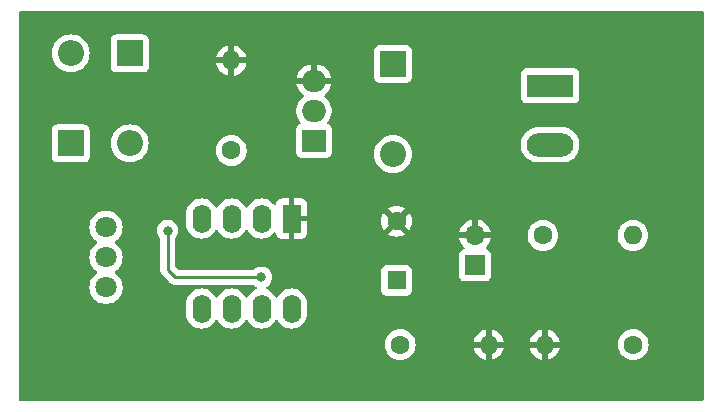
<source format=gbr>
%TF.GenerationSoftware,KiCad,Pcbnew,7.0.8-1.fc38*%
%TF.CreationDate,2023-12-28T13:03:44+02:00*%
%TF.ProjectId,MotorSpeedControl,4d6f746f-7253-4706-9565-64436f6e7472,rev?*%
%TF.SameCoordinates,Original*%
%TF.FileFunction,Copper,L2,Bot*%
%TF.FilePolarity,Positive*%
%FSLAX46Y46*%
G04 Gerber Fmt 4.6, Leading zero omitted, Abs format (unit mm)*
G04 Created by KiCad (PCBNEW 7.0.8-1.fc38) date 2023-12-28 13:03:44*
%MOMM*%
%LPD*%
G01*
G04 APERTURE LIST*
%TA.AperFunction,ComponentPad*%
%ADD10O,2.000000X1.905000*%
%TD*%
%TA.AperFunction,ComponentPad*%
%ADD11R,2.000000X1.905000*%
%TD*%
%TA.AperFunction,ComponentPad*%
%ADD12R,1.700000X1.700000*%
%TD*%
%TA.AperFunction,ComponentPad*%
%ADD13O,1.700000X1.700000*%
%TD*%
%TA.AperFunction,ComponentPad*%
%ADD14C,1.600000*%
%TD*%
%TA.AperFunction,ComponentPad*%
%ADD15O,1.600000X1.600000*%
%TD*%
%TA.AperFunction,ComponentPad*%
%ADD16O,2.200000X2.200000*%
%TD*%
%TA.AperFunction,ComponentPad*%
%ADD17R,2.200000X2.200000*%
%TD*%
%TA.AperFunction,ComponentPad*%
%ADD18R,1.600000X1.600000*%
%TD*%
%TA.AperFunction,ComponentPad*%
%ADD19C,1.800000*%
%TD*%
%TA.AperFunction,ComponentPad*%
%ADD20R,1.600000X2.400000*%
%TD*%
%TA.AperFunction,ComponentPad*%
%ADD21O,1.600000X2.400000*%
%TD*%
%TA.AperFunction,ComponentPad*%
%ADD22R,3.960000X1.980000*%
%TD*%
%TA.AperFunction,ComponentPad*%
%ADD23O,3.960000X1.980000*%
%TD*%
%TA.AperFunction,ViaPad*%
%ADD24C,0.800000*%
%TD*%
%TA.AperFunction,Conductor*%
%ADD25C,0.250000*%
%TD*%
G04 APERTURE END LIST*
D10*
%TO.P,Q1,D,D*%
%TO.N,Net-(J1-Pin_2)*%
X171000000Y-89460000D03*
D11*
%TO.P,Q1,G,G*%
%TO.N,/Pulses*%
X171000000Y-92000000D03*
D10*
%TO.P,Q1,S,S*%
%TO.N,GND*%
X171000000Y-86920000D03*
%TD*%
D12*
%TO.P,J2,1,Pin_1*%
%TO.N,+5V*%
X184650000Y-102540000D03*
D13*
%TO.P,J2,2,Pin_2*%
%TO.N,GND*%
X184650000Y-100000000D03*
%TD*%
D14*
%TO.P,R2,1*%
%TO.N,/Pulses*%
X164000000Y-92810000D03*
D15*
%TO.P,R2,2*%
%TO.N,GND*%
X164000000Y-85190000D03*
%TD*%
D16*
%TO.P,D3,A,A*%
%TO.N,Net-(J1-Pin_2)*%
X177700000Y-93110000D03*
D17*
%TO.P,D3,K,K*%
%TO.N,+5V*%
X177700000Y-85490000D03*
%TD*%
D16*
%TO.P,D1,A,A*%
%TO.N,Net-(D1-PadA)*%
X155400000Y-92210000D03*
D17*
%TO.P,D1,K,K*%
%TO.N,Net-(U1-DIS)*%
X155400000Y-84590000D03*
%TD*%
D14*
%TO.P,C2,1*%
%TO.N,Net-(U1-CV)*%
X178300000Y-109250000D03*
D15*
%TO.P,C2,2*%
%TO.N,GND*%
X185800000Y-109250000D03*
%TD*%
D18*
%TO.P,C3,1*%
%TO.N,+5V*%
X178000000Y-103800000D03*
D14*
%TO.P,C3,2*%
%TO.N,GND*%
X178000000Y-98800000D03*
%TD*%
D16*
%TO.P,D2,A,A*%
%TO.N,Net-(U1-DIS)*%
X150400000Y-84590000D03*
D17*
%TO.P,D2,K,K*%
%TO.N,Net-(D2-PadK)*%
X150400000Y-92210000D03*
%TD*%
D14*
%TO.P,R1,1*%
%TO.N,+5V*%
X190390000Y-100000000D03*
D15*
%TO.P,R1,2*%
%TO.N,Net-(U1-DIS)*%
X198010000Y-100000000D03*
%TD*%
D19*
%TO.P,RV1,1,1*%
%TO.N,Net-(D1-PadA)*%
X153400000Y-99320000D03*
%TO.P,RV1,2,2*%
%TO.N,Net-(U1-THR)*%
X153400000Y-101860000D03*
%TO.P,RV1,3,3*%
%TO.N,Net-(D2-PadK)*%
X153400000Y-104400000D03*
%TD*%
D14*
%TO.P,C1,1*%
%TO.N,Net-(U1-THR)*%
X198030000Y-109250000D03*
D15*
%TO.P,C1,2*%
%TO.N,GND*%
X190530000Y-109250000D03*
%TD*%
D20*
%TO.P,U1,1,GND*%
%TO.N,GND*%
X169100000Y-98575000D03*
D21*
%TO.P,U1,2,TR*%
%TO.N,Net-(U1-THR)*%
X166560000Y-98575000D03*
%TO.P,U1,3,Q*%
%TO.N,/Pulses*%
X164020000Y-98575000D03*
%TO.P,U1,4,R*%
%TO.N,+5V*%
X161480000Y-98575000D03*
%TO.P,U1,5,CV*%
%TO.N,Net-(U1-CV)*%
X161480000Y-106195000D03*
%TO.P,U1,6,THR*%
%TO.N,Net-(U1-THR)*%
X164020000Y-106195000D03*
%TO.P,U1,7,DIS*%
%TO.N,Net-(U1-DIS)*%
X166560000Y-106195000D03*
%TO.P,U1,8,VCC*%
%TO.N,+5V*%
X169100000Y-106195000D03*
%TD*%
D22*
%TO.P,J1,1,Pin_1*%
%TO.N,+5V*%
X191000000Y-87335000D03*
D23*
%TO.P,J1,2,Pin_2*%
%TO.N,Net-(J1-Pin_2)*%
X191000000Y-92335000D03*
%TD*%
D24*
%TO.N,Net-(U1-DIS)*%
X166550000Y-103550000D03*
X158600000Y-99600000D03*
%TD*%
D25*
%TO.N,Net-(U1-DIS)*%
X159230000Y-103550000D02*
X158600000Y-102920000D01*
X158600000Y-102920000D02*
X158600000Y-99600000D01*
X166550000Y-103550000D02*
X159230000Y-103550000D01*
%TD*%
%TA.AperFunction,Conductor*%
%TO.N,GND*%
G36*
X203943039Y-81019685D02*
G01*
X203988794Y-81072489D01*
X204000000Y-81124000D01*
X204000000Y-113876000D01*
X203980315Y-113943039D01*
X203927511Y-113988794D01*
X203876000Y-114000000D01*
X146124000Y-114000000D01*
X146056961Y-113980315D01*
X146011206Y-113927511D01*
X146000000Y-113876000D01*
X146000000Y-109250001D01*
X176994532Y-109250001D01*
X177014364Y-109476686D01*
X177014366Y-109476697D01*
X177073258Y-109696488D01*
X177073261Y-109696497D01*
X177169431Y-109902732D01*
X177169432Y-109902734D01*
X177299954Y-110089141D01*
X177460858Y-110250045D01*
X177460861Y-110250047D01*
X177647266Y-110380568D01*
X177853504Y-110476739D01*
X178073308Y-110535635D01*
X178235230Y-110549801D01*
X178299998Y-110555468D01*
X178300000Y-110555468D01*
X178300002Y-110555468D01*
X178356673Y-110550509D01*
X178526692Y-110535635D01*
X178746496Y-110476739D01*
X178952734Y-110380568D01*
X179139139Y-110250047D01*
X179300047Y-110089139D01*
X179430568Y-109902734D01*
X179526739Y-109696496D01*
X179585635Y-109476692D01*
X179605468Y-109250000D01*
X179585635Y-109023308D01*
X179579389Y-108999999D01*
X184521127Y-108999999D01*
X184521128Y-109000000D01*
X185484314Y-109000000D01*
X185472359Y-109011955D01*
X185414835Y-109124852D01*
X185395014Y-109250000D01*
X185414835Y-109375148D01*
X185472359Y-109488045D01*
X185484314Y-109500000D01*
X184521128Y-109500000D01*
X184573730Y-109696317D01*
X184573734Y-109696326D01*
X184669865Y-109902482D01*
X184800342Y-110088820D01*
X184961179Y-110249657D01*
X185147517Y-110380134D01*
X185353673Y-110476265D01*
X185353682Y-110476269D01*
X185549999Y-110528872D01*
X185550000Y-110528871D01*
X185550000Y-109565686D01*
X185561955Y-109577641D01*
X185674852Y-109635165D01*
X185768519Y-109650000D01*
X185831481Y-109650000D01*
X185925148Y-109635165D01*
X186038045Y-109577641D01*
X186050000Y-109565686D01*
X186050000Y-110528872D01*
X186246317Y-110476269D01*
X186246326Y-110476265D01*
X186452482Y-110380134D01*
X186638820Y-110249657D01*
X186799657Y-110088820D01*
X186930134Y-109902482D01*
X187026265Y-109696326D01*
X187026269Y-109696317D01*
X187078872Y-109500000D01*
X186115686Y-109500000D01*
X186127641Y-109488045D01*
X186185165Y-109375148D01*
X186204986Y-109250000D01*
X186185165Y-109124852D01*
X186127641Y-109011955D01*
X186115686Y-109000000D01*
X187078872Y-109000000D01*
X187078872Y-108999999D01*
X189251127Y-108999999D01*
X189251128Y-109000000D01*
X190214314Y-109000000D01*
X190202359Y-109011955D01*
X190144835Y-109124852D01*
X190125014Y-109250000D01*
X190144835Y-109375148D01*
X190202359Y-109488045D01*
X190214314Y-109500000D01*
X189251128Y-109500000D01*
X189303730Y-109696317D01*
X189303734Y-109696326D01*
X189399865Y-109902482D01*
X189530342Y-110088820D01*
X189691179Y-110249657D01*
X189877517Y-110380134D01*
X190083673Y-110476265D01*
X190083682Y-110476269D01*
X190279999Y-110528872D01*
X190280000Y-110528871D01*
X190280000Y-109565686D01*
X190291955Y-109577641D01*
X190404852Y-109635165D01*
X190498519Y-109650000D01*
X190561481Y-109650000D01*
X190655148Y-109635165D01*
X190768045Y-109577641D01*
X190780000Y-109565686D01*
X190780000Y-110528872D01*
X190976317Y-110476269D01*
X190976326Y-110476265D01*
X191182482Y-110380134D01*
X191368820Y-110249657D01*
X191529657Y-110088820D01*
X191660134Y-109902482D01*
X191756265Y-109696326D01*
X191756269Y-109696317D01*
X191808872Y-109500000D01*
X190845686Y-109500000D01*
X190857641Y-109488045D01*
X190915165Y-109375148D01*
X190934986Y-109250001D01*
X196724532Y-109250001D01*
X196744364Y-109476686D01*
X196744366Y-109476697D01*
X196803258Y-109696488D01*
X196803261Y-109696497D01*
X196899431Y-109902732D01*
X196899432Y-109902734D01*
X197029954Y-110089141D01*
X197190858Y-110250045D01*
X197190861Y-110250047D01*
X197377266Y-110380568D01*
X197583504Y-110476739D01*
X197803308Y-110535635D01*
X197965230Y-110549801D01*
X198029998Y-110555468D01*
X198030000Y-110555468D01*
X198030002Y-110555468D01*
X198086673Y-110550509D01*
X198256692Y-110535635D01*
X198476496Y-110476739D01*
X198682734Y-110380568D01*
X198869139Y-110250047D01*
X199030047Y-110089139D01*
X199160568Y-109902734D01*
X199256739Y-109696496D01*
X199315635Y-109476692D01*
X199335468Y-109250000D01*
X199315635Y-109023308D01*
X199256739Y-108803504D01*
X199160568Y-108597266D01*
X199030047Y-108410861D01*
X199030045Y-108410858D01*
X198869141Y-108249954D01*
X198682734Y-108119432D01*
X198682732Y-108119431D01*
X198476497Y-108023261D01*
X198476488Y-108023258D01*
X198256697Y-107964366D01*
X198256693Y-107964365D01*
X198256692Y-107964365D01*
X198256691Y-107964364D01*
X198256686Y-107964364D01*
X198030002Y-107944532D01*
X198029998Y-107944532D01*
X197803313Y-107964364D01*
X197803302Y-107964366D01*
X197583511Y-108023258D01*
X197583502Y-108023261D01*
X197377267Y-108119431D01*
X197377265Y-108119432D01*
X197190858Y-108249954D01*
X197029954Y-108410858D01*
X196899432Y-108597265D01*
X196899431Y-108597267D01*
X196803261Y-108803502D01*
X196803258Y-108803511D01*
X196744366Y-109023302D01*
X196744364Y-109023313D01*
X196724532Y-109249998D01*
X196724532Y-109250001D01*
X190934986Y-109250001D01*
X190934986Y-109250000D01*
X190915165Y-109124852D01*
X190857641Y-109011955D01*
X190845686Y-109000000D01*
X191808872Y-109000000D01*
X191808872Y-108999999D01*
X191756269Y-108803682D01*
X191756265Y-108803673D01*
X191660134Y-108597517D01*
X191529657Y-108411179D01*
X191368820Y-108250342D01*
X191182482Y-108119865D01*
X190976328Y-108023734D01*
X190780000Y-107971127D01*
X190780000Y-108934314D01*
X190768045Y-108922359D01*
X190655148Y-108864835D01*
X190561481Y-108850000D01*
X190498519Y-108850000D01*
X190404852Y-108864835D01*
X190291955Y-108922359D01*
X190280000Y-108934314D01*
X190280000Y-107971127D01*
X190083671Y-108023734D01*
X189877517Y-108119865D01*
X189691179Y-108250342D01*
X189530342Y-108411179D01*
X189399865Y-108597517D01*
X189303734Y-108803673D01*
X189303730Y-108803682D01*
X189251127Y-108999999D01*
X187078872Y-108999999D01*
X187026269Y-108803682D01*
X187026265Y-108803673D01*
X186930134Y-108597517D01*
X186799657Y-108411179D01*
X186638820Y-108250342D01*
X186452482Y-108119865D01*
X186246328Y-108023734D01*
X186050000Y-107971127D01*
X186050000Y-108934314D01*
X186038045Y-108922359D01*
X185925148Y-108864835D01*
X185831481Y-108850000D01*
X185768519Y-108850000D01*
X185674852Y-108864835D01*
X185561955Y-108922359D01*
X185550000Y-108934314D01*
X185550000Y-107971127D01*
X185353671Y-108023734D01*
X185147517Y-108119865D01*
X184961179Y-108250342D01*
X184800342Y-108411179D01*
X184669865Y-108597517D01*
X184573734Y-108803673D01*
X184573730Y-108803682D01*
X184521127Y-108999999D01*
X179579389Y-108999999D01*
X179526739Y-108803504D01*
X179430568Y-108597266D01*
X179300047Y-108410861D01*
X179300045Y-108410858D01*
X179139141Y-108249954D01*
X178952734Y-108119432D01*
X178952732Y-108119431D01*
X178746497Y-108023261D01*
X178746488Y-108023258D01*
X178526697Y-107964366D01*
X178526693Y-107964365D01*
X178526692Y-107964365D01*
X178526691Y-107964364D01*
X178526686Y-107964364D01*
X178300002Y-107944532D01*
X178299998Y-107944532D01*
X178073313Y-107964364D01*
X178073302Y-107964366D01*
X177853511Y-108023258D01*
X177853502Y-108023261D01*
X177647267Y-108119431D01*
X177647265Y-108119432D01*
X177460858Y-108249954D01*
X177299954Y-108410858D01*
X177169432Y-108597265D01*
X177169431Y-108597267D01*
X177073261Y-108803502D01*
X177073258Y-108803511D01*
X177014366Y-109023302D01*
X177014364Y-109023313D01*
X176994532Y-109249998D01*
X176994532Y-109250001D01*
X146000000Y-109250001D01*
X146000000Y-104400006D01*
X151994700Y-104400006D01*
X152013864Y-104631297D01*
X152013866Y-104631308D01*
X152070842Y-104856300D01*
X152164075Y-105068848D01*
X152291016Y-105263147D01*
X152291019Y-105263151D01*
X152291021Y-105263153D01*
X152448216Y-105433913D01*
X152448219Y-105433915D01*
X152448222Y-105433918D01*
X152631365Y-105576464D01*
X152631371Y-105576468D01*
X152631374Y-105576470D01*
X152835497Y-105686936D01*
X152949487Y-105726068D01*
X153055015Y-105762297D01*
X153055017Y-105762297D01*
X153055019Y-105762298D01*
X153283951Y-105800500D01*
X153283952Y-105800500D01*
X153516048Y-105800500D01*
X153516049Y-105800500D01*
X153744981Y-105762298D01*
X153964503Y-105686936D01*
X154168626Y-105576470D01*
X154179108Y-105568312D01*
X154254082Y-105509957D01*
X154351784Y-105433913D01*
X154508979Y-105263153D01*
X154635924Y-105068849D01*
X154729157Y-104856300D01*
X154786134Y-104631305D01*
X154791447Y-104567187D01*
X154805300Y-104400006D01*
X154805300Y-104399993D01*
X154786135Y-104168702D01*
X154786133Y-104168691D01*
X154729157Y-103943699D01*
X154635924Y-103731151D01*
X154508983Y-103536852D01*
X154508980Y-103536849D01*
X154508979Y-103536847D01*
X154351784Y-103366087D01*
X154174180Y-103227853D01*
X154133368Y-103171143D01*
X154129693Y-103101370D01*
X154164324Y-103040687D01*
X154174181Y-103032146D01*
X154351784Y-102893913D01*
X154508979Y-102723153D01*
X154635924Y-102528849D01*
X154729157Y-102316300D01*
X154786134Y-102091305D01*
X154805300Y-101860000D01*
X154805300Y-101859993D01*
X154786135Y-101628702D01*
X154786133Y-101628691D01*
X154729157Y-101403699D01*
X154635924Y-101191151D01*
X154508983Y-100996852D01*
X154508980Y-100996849D01*
X154508979Y-100996847D01*
X154351784Y-100826087D01*
X154174180Y-100687853D01*
X154133368Y-100631143D01*
X154129693Y-100561370D01*
X154164324Y-100500687D01*
X154174181Y-100492146D01*
X154351784Y-100353913D01*
X154508979Y-100183153D01*
X154635924Y-99988849D01*
X154729157Y-99776300D01*
X154773803Y-99600000D01*
X157694540Y-99600000D01*
X157714326Y-99788256D01*
X157714327Y-99788259D01*
X157772818Y-99968277D01*
X157772821Y-99968284D01*
X157867467Y-100132216D01*
X157910772Y-100180310D01*
X157942650Y-100215715D01*
X157972880Y-100278706D01*
X157974500Y-100298687D01*
X157974500Y-102837255D01*
X157972775Y-102852872D01*
X157973061Y-102852899D01*
X157972326Y-102860665D01*
X157974500Y-102929814D01*
X157974500Y-102959343D01*
X157974501Y-102959360D01*
X157975368Y-102966231D01*
X157975826Y-102972050D01*
X157977290Y-103018624D01*
X157977291Y-103018627D01*
X157982880Y-103037867D01*
X157986824Y-103056911D01*
X157989336Y-103076791D01*
X158006490Y-103120119D01*
X158008382Y-103125647D01*
X158021382Y-103170390D01*
X158028083Y-103181722D01*
X158031580Y-103187634D01*
X158040138Y-103205103D01*
X158047514Y-103223732D01*
X158074898Y-103261423D01*
X158078106Y-103266307D01*
X158101827Y-103306416D01*
X158101833Y-103306424D01*
X158115990Y-103320580D01*
X158128627Y-103335375D01*
X158140406Y-103351587D01*
X158157932Y-103366086D01*
X158176309Y-103381288D01*
X158180620Y-103385210D01*
X158526561Y-103731151D01*
X158729194Y-103933784D01*
X158739019Y-103946048D01*
X158739240Y-103945866D01*
X158744210Y-103951873D01*
X158744213Y-103951876D01*
X158744214Y-103951877D01*
X158794651Y-103999241D01*
X158815530Y-104020120D01*
X158821004Y-104024366D01*
X158825442Y-104028156D01*
X158859418Y-104060062D01*
X158859422Y-104060064D01*
X158876973Y-104069713D01*
X158893231Y-104080392D01*
X158909064Y-104092674D01*
X158931015Y-104102172D01*
X158951837Y-104111183D01*
X158957081Y-104113752D01*
X158997908Y-104136197D01*
X159017312Y-104141179D01*
X159035710Y-104147478D01*
X159054105Y-104155438D01*
X159100129Y-104162726D01*
X159105832Y-104163907D01*
X159150981Y-104175500D01*
X159171016Y-104175500D01*
X159190413Y-104177026D01*
X159210196Y-104180160D01*
X159256584Y-104175775D01*
X159262422Y-104175500D01*
X165846252Y-104175500D01*
X165913291Y-104195185D01*
X165938400Y-104216526D01*
X165944126Y-104222885D01*
X165944129Y-104222888D01*
X166097270Y-104334151D01*
X166113836Y-104341526D01*
X166167071Y-104386773D01*
X166187394Y-104453622D01*
X166168350Y-104520846D01*
X166115985Y-104567103D01*
X166115806Y-104567187D01*
X165907264Y-104664433D01*
X165720858Y-104794954D01*
X165559954Y-104955858D01*
X165429432Y-105142265D01*
X165429431Y-105142267D01*
X165402382Y-105200275D01*
X165356209Y-105252714D01*
X165289016Y-105271866D01*
X165222135Y-105251650D01*
X165177618Y-105200275D01*
X165150568Y-105142267D01*
X165150567Y-105142265D01*
X165121322Y-105100499D01*
X165021227Y-104957546D01*
X165020045Y-104955858D01*
X164859141Y-104794954D01*
X164672734Y-104664432D01*
X164672732Y-104664431D01*
X164466497Y-104568261D01*
X164466488Y-104568258D01*
X164246697Y-104509366D01*
X164246693Y-104509365D01*
X164246692Y-104509365D01*
X164246691Y-104509364D01*
X164246686Y-104509364D01*
X164020002Y-104489532D01*
X164019998Y-104489532D01*
X163793313Y-104509364D01*
X163793302Y-104509366D01*
X163573511Y-104568258D01*
X163573502Y-104568261D01*
X163367267Y-104664431D01*
X163367265Y-104664432D01*
X163180858Y-104794954D01*
X163019954Y-104955858D01*
X162889432Y-105142265D01*
X162889431Y-105142267D01*
X162862382Y-105200275D01*
X162816209Y-105252714D01*
X162749016Y-105271866D01*
X162682135Y-105251650D01*
X162637618Y-105200275D01*
X162610568Y-105142267D01*
X162610567Y-105142265D01*
X162581322Y-105100499D01*
X162481227Y-104957546D01*
X162480045Y-104955858D01*
X162319141Y-104794954D01*
X162132734Y-104664432D01*
X162132732Y-104664431D01*
X161926497Y-104568261D01*
X161926488Y-104568258D01*
X161706697Y-104509366D01*
X161706693Y-104509365D01*
X161706692Y-104509365D01*
X161706691Y-104509364D01*
X161706686Y-104509364D01*
X161480002Y-104489532D01*
X161479998Y-104489532D01*
X161253313Y-104509364D01*
X161253302Y-104509366D01*
X161033511Y-104568258D01*
X161033502Y-104568261D01*
X160827267Y-104664431D01*
X160827265Y-104664432D01*
X160640858Y-104794954D01*
X160479954Y-104955858D01*
X160349432Y-105142265D01*
X160349431Y-105142267D01*
X160253261Y-105348502D01*
X160253258Y-105348511D01*
X160194366Y-105568302D01*
X160194364Y-105568312D01*
X160179500Y-105738216D01*
X160179500Y-106651784D01*
X160194364Y-106821687D01*
X160194366Y-106821697D01*
X160253258Y-107041488D01*
X160253261Y-107041497D01*
X160349431Y-107247732D01*
X160349432Y-107247734D01*
X160479954Y-107434141D01*
X160640858Y-107595045D01*
X160640861Y-107595047D01*
X160827266Y-107725568D01*
X161033504Y-107821739D01*
X161253308Y-107880635D01*
X161415230Y-107894801D01*
X161479998Y-107900468D01*
X161480000Y-107900468D01*
X161480002Y-107900468D01*
X161536673Y-107895509D01*
X161706692Y-107880635D01*
X161926496Y-107821739D01*
X162132734Y-107725568D01*
X162319139Y-107595047D01*
X162480047Y-107434139D01*
X162610568Y-107247734D01*
X162637618Y-107189724D01*
X162683790Y-107137285D01*
X162750983Y-107118133D01*
X162817865Y-107138348D01*
X162862382Y-107189725D01*
X162889429Y-107247728D01*
X162889432Y-107247734D01*
X163019954Y-107434141D01*
X163180858Y-107595045D01*
X163180861Y-107595047D01*
X163367266Y-107725568D01*
X163573504Y-107821739D01*
X163793308Y-107880635D01*
X163955230Y-107894801D01*
X164019998Y-107900468D01*
X164020000Y-107900468D01*
X164020002Y-107900468D01*
X164076673Y-107895509D01*
X164246692Y-107880635D01*
X164466496Y-107821739D01*
X164672734Y-107725568D01*
X164859139Y-107595047D01*
X165020047Y-107434139D01*
X165150568Y-107247734D01*
X165177618Y-107189724D01*
X165223790Y-107137285D01*
X165290983Y-107118133D01*
X165357865Y-107138348D01*
X165402382Y-107189725D01*
X165429429Y-107247728D01*
X165429432Y-107247734D01*
X165559954Y-107434141D01*
X165720858Y-107595045D01*
X165720861Y-107595047D01*
X165907266Y-107725568D01*
X166113504Y-107821739D01*
X166333308Y-107880635D01*
X166495230Y-107894801D01*
X166559998Y-107900468D01*
X166560000Y-107900468D01*
X166560002Y-107900468D01*
X166616673Y-107895509D01*
X166786692Y-107880635D01*
X167006496Y-107821739D01*
X167212734Y-107725568D01*
X167399139Y-107595047D01*
X167560047Y-107434139D01*
X167690568Y-107247734D01*
X167717618Y-107189724D01*
X167763790Y-107137285D01*
X167830983Y-107118133D01*
X167897865Y-107138348D01*
X167942382Y-107189725D01*
X167969429Y-107247728D01*
X167969432Y-107247734D01*
X168099954Y-107434141D01*
X168260858Y-107595045D01*
X168260861Y-107595047D01*
X168447266Y-107725568D01*
X168653504Y-107821739D01*
X168873308Y-107880635D01*
X169035230Y-107894801D01*
X169099998Y-107900468D01*
X169100000Y-107900468D01*
X169100002Y-107900468D01*
X169156673Y-107895509D01*
X169326692Y-107880635D01*
X169546496Y-107821739D01*
X169752734Y-107725568D01*
X169939139Y-107595047D01*
X170100047Y-107434139D01*
X170230568Y-107247734D01*
X170326739Y-107041496D01*
X170385635Y-106821692D01*
X170400500Y-106651784D01*
X170400500Y-105738216D01*
X170385635Y-105568308D01*
X170326739Y-105348504D01*
X170230568Y-105142266D01*
X170101227Y-104957546D01*
X170100045Y-104955858D01*
X169939141Y-104794954D01*
X169752734Y-104664432D01*
X169752732Y-104664431D01*
X169717217Y-104647870D01*
X176699500Y-104647870D01*
X176699501Y-104647876D01*
X176705908Y-104707483D01*
X176756202Y-104842328D01*
X176756206Y-104842335D01*
X176842452Y-104957544D01*
X176842455Y-104957547D01*
X176957664Y-105043793D01*
X176957671Y-105043797D01*
X177092517Y-105094091D01*
X177092516Y-105094091D01*
X177099444Y-105094835D01*
X177152127Y-105100500D01*
X178847872Y-105100499D01*
X178907483Y-105094091D01*
X179042331Y-105043796D01*
X179157546Y-104957546D01*
X179243796Y-104842331D01*
X179294091Y-104707483D01*
X179300500Y-104647873D01*
X179300499Y-103437870D01*
X183299500Y-103437870D01*
X183299501Y-103437876D01*
X183305908Y-103497483D01*
X183356202Y-103632328D01*
X183356206Y-103632335D01*
X183442452Y-103747544D01*
X183442455Y-103747547D01*
X183557664Y-103833793D01*
X183557671Y-103833797D01*
X183692517Y-103884091D01*
X183692516Y-103884091D01*
X183699444Y-103884835D01*
X183752127Y-103890500D01*
X185547872Y-103890499D01*
X185607483Y-103884091D01*
X185742331Y-103833796D01*
X185857546Y-103747546D01*
X185943796Y-103632331D01*
X185994091Y-103497483D01*
X186000500Y-103437873D01*
X186000499Y-101642128D01*
X185994091Y-101582517D01*
X185943796Y-101447669D01*
X185943795Y-101447668D01*
X185943793Y-101447664D01*
X185857547Y-101332455D01*
X185857544Y-101332452D01*
X185742335Y-101246206D01*
X185742328Y-101246202D01*
X185610401Y-101196997D01*
X185554467Y-101155126D01*
X185530050Y-101089662D01*
X185544902Y-101021389D01*
X185566053Y-100993133D01*
X185688108Y-100871078D01*
X185823600Y-100677578D01*
X185923429Y-100463492D01*
X185923432Y-100463486D01*
X185980636Y-100250000D01*
X185083686Y-100250000D01*
X185109493Y-100209844D01*
X185150000Y-100071889D01*
X185150000Y-100000001D01*
X189084532Y-100000001D01*
X189104364Y-100226686D01*
X189104366Y-100226697D01*
X189163258Y-100446488D01*
X189163261Y-100446497D01*
X189259431Y-100652732D01*
X189259432Y-100652734D01*
X189389954Y-100839141D01*
X189550858Y-101000045D01*
X189550861Y-101000047D01*
X189737266Y-101130568D01*
X189943504Y-101226739D01*
X190163308Y-101285635D01*
X190325230Y-101299801D01*
X190389998Y-101305468D01*
X190390000Y-101305468D01*
X190390002Y-101305468D01*
X190446673Y-101300509D01*
X190616692Y-101285635D01*
X190836496Y-101226739D01*
X191042734Y-101130568D01*
X191229139Y-101000047D01*
X191390047Y-100839139D01*
X191520568Y-100652734D01*
X191616739Y-100446496D01*
X191675635Y-100226692D01*
X191695468Y-100000001D01*
X196704532Y-100000001D01*
X196724364Y-100226686D01*
X196724366Y-100226697D01*
X196783258Y-100446488D01*
X196783261Y-100446497D01*
X196879431Y-100652732D01*
X196879432Y-100652734D01*
X197009954Y-100839141D01*
X197170858Y-101000045D01*
X197170861Y-101000047D01*
X197357266Y-101130568D01*
X197563504Y-101226739D01*
X197783308Y-101285635D01*
X197945230Y-101299801D01*
X198009998Y-101305468D01*
X198010000Y-101305468D01*
X198010002Y-101305468D01*
X198066673Y-101300509D01*
X198236692Y-101285635D01*
X198456496Y-101226739D01*
X198662734Y-101130568D01*
X198849139Y-101000047D01*
X199010047Y-100839139D01*
X199140568Y-100652734D01*
X199236739Y-100446496D01*
X199295635Y-100226692D01*
X199315468Y-100000000D01*
X199314492Y-99988849D01*
X199299967Y-99822827D01*
X199295635Y-99773308D01*
X199236739Y-99553504D01*
X199140568Y-99347266D01*
X199010047Y-99160861D01*
X199010045Y-99160858D01*
X198849141Y-98999954D01*
X198662734Y-98869432D01*
X198662732Y-98869431D01*
X198456497Y-98773261D01*
X198456488Y-98773258D01*
X198236697Y-98714366D01*
X198236693Y-98714365D01*
X198236692Y-98714365D01*
X198236691Y-98714364D01*
X198236686Y-98714364D01*
X198010002Y-98694532D01*
X198009998Y-98694532D01*
X197783313Y-98714364D01*
X197783302Y-98714366D01*
X197563511Y-98773258D01*
X197563502Y-98773261D01*
X197357267Y-98869431D01*
X197357265Y-98869432D01*
X197170858Y-98999954D01*
X197009954Y-99160858D01*
X196879432Y-99347265D01*
X196879431Y-99347267D01*
X196783261Y-99553502D01*
X196783258Y-99553511D01*
X196724366Y-99773302D01*
X196724364Y-99773313D01*
X196704532Y-99999998D01*
X196704532Y-100000001D01*
X191695468Y-100000001D01*
X191695468Y-100000000D01*
X191694492Y-99988849D01*
X191679967Y-99822827D01*
X191675635Y-99773308D01*
X191616739Y-99553504D01*
X191520568Y-99347266D01*
X191390047Y-99160861D01*
X191390045Y-99160858D01*
X191229141Y-98999954D01*
X191042734Y-98869432D01*
X191042732Y-98869431D01*
X190836497Y-98773261D01*
X190836488Y-98773258D01*
X190616697Y-98714366D01*
X190616693Y-98714365D01*
X190616692Y-98714365D01*
X190616691Y-98714364D01*
X190616686Y-98714364D01*
X190390002Y-98694532D01*
X190389998Y-98694532D01*
X190163313Y-98714364D01*
X190163302Y-98714366D01*
X189943511Y-98773258D01*
X189943502Y-98773261D01*
X189737267Y-98869431D01*
X189737265Y-98869432D01*
X189550858Y-98999954D01*
X189389954Y-99160858D01*
X189259432Y-99347265D01*
X189259431Y-99347267D01*
X189163261Y-99553502D01*
X189163258Y-99553511D01*
X189104366Y-99773302D01*
X189104364Y-99773313D01*
X189084532Y-99999998D01*
X189084532Y-100000001D01*
X185150000Y-100000001D01*
X185150000Y-99928111D01*
X185109493Y-99790156D01*
X185083686Y-99750000D01*
X185980636Y-99750000D01*
X185980635Y-99749999D01*
X185923432Y-99536513D01*
X185923429Y-99536507D01*
X185823600Y-99322422D01*
X185823599Y-99322420D01*
X185688113Y-99128926D01*
X185688108Y-99128920D01*
X185521082Y-98961894D01*
X185327578Y-98826399D01*
X185113492Y-98726570D01*
X185113486Y-98726567D01*
X184900000Y-98669364D01*
X184900000Y-99564498D01*
X184792315Y-99515320D01*
X184685763Y-99500000D01*
X184614237Y-99500000D01*
X184507685Y-99515320D01*
X184400000Y-99564498D01*
X184400000Y-98669364D01*
X184399999Y-98669364D01*
X184186513Y-98726567D01*
X184186507Y-98726570D01*
X183972422Y-98826399D01*
X183972420Y-98826400D01*
X183778926Y-98961886D01*
X183778920Y-98961891D01*
X183611891Y-99128920D01*
X183611886Y-99128926D01*
X183476400Y-99322420D01*
X183476399Y-99322422D01*
X183376570Y-99536507D01*
X183376567Y-99536513D01*
X183319364Y-99749999D01*
X183319364Y-99750000D01*
X184216314Y-99750000D01*
X184190507Y-99790156D01*
X184150000Y-99928111D01*
X184150000Y-100071889D01*
X184190507Y-100209844D01*
X184216314Y-100250000D01*
X183319364Y-100250000D01*
X183376567Y-100463486D01*
X183376570Y-100463492D01*
X183476399Y-100677578D01*
X183611894Y-100871082D01*
X183733946Y-100993134D01*
X183767431Y-101054457D01*
X183762447Y-101124149D01*
X183720575Y-101180082D01*
X183689598Y-101196997D01*
X183557671Y-101246202D01*
X183557664Y-101246206D01*
X183442455Y-101332452D01*
X183442452Y-101332455D01*
X183356206Y-101447664D01*
X183356202Y-101447671D01*
X183305908Y-101582517D01*
X183300944Y-101628695D01*
X183299501Y-101642123D01*
X183299500Y-101642135D01*
X183299500Y-103437870D01*
X179300499Y-103437870D01*
X179300499Y-102952128D01*
X179294091Y-102892517D01*
X179290718Y-102883474D01*
X179243797Y-102757671D01*
X179243793Y-102757664D01*
X179157547Y-102642455D01*
X179157544Y-102642452D01*
X179042335Y-102556206D01*
X179042328Y-102556202D01*
X178907482Y-102505908D01*
X178907483Y-102505908D01*
X178847883Y-102499501D01*
X178847881Y-102499500D01*
X178847873Y-102499500D01*
X178847864Y-102499500D01*
X177152129Y-102499500D01*
X177152123Y-102499501D01*
X177092516Y-102505908D01*
X176957671Y-102556202D01*
X176957664Y-102556206D01*
X176842455Y-102642452D01*
X176842452Y-102642455D01*
X176756206Y-102757664D01*
X176756202Y-102757671D01*
X176705908Y-102892517D01*
X176702941Y-102920121D01*
X176699501Y-102952123D01*
X176699500Y-102952135D01*
X176699500Y-104647870D01*
X169717217Y-104647870D01*
X169546497Y-104568261D01*
X169546488Y-104568258D01*
X169326697Y-104509366D01*
X169326693Y-104509365D01*
X169326692Y-104509365D01*
X169326691Y-104509364D01*
X169326686Y-104509364D01*
X169100002Y-104489532D01*
X169099998Y-104489532D01*
X168873313Y-104509364D01*
X168873302Y-104509366D01*
X168653511Y-104568258D01*
X168653502Y-104568261D01*
X168447267Y-104664431D01*
X168447265Y-104664432D01*
X168260858Y-104794954D01*
X168099954Y-104955858D01*
X167969432Y-105142265D01*
X167969431Y-105142267D01*
X167942382Y-105200275D01*
X167896209Y-105252714D01*
X167829016Y-105271866D01*
X167762135Y-105251650D01*
X167717618Y-105200275D01*
X167690568Y-105142267D01*
X167690567Y-105142265D01*
X167661322Y-105100499D01*
X167561227Y-104957546D01*
X167560045Y-104955858D01*
X167399141Y-104794954D01*
X167212734Y-104664432D01*
X167212732Y-104664431D01*
X167006492Y-104568259D01*
X167003500Y-104567170D01*
X167002367Y-104566336D01*
X167001589Y-104565973D01*
X167001662Y-104565816D01*
X166947241Y-104525736D01*
X166922314Y-104460465D01*
X166936632Y-104392078D01*
X166985650Y-104342288D01*
X166995471Y-104337382D01*
X167002730Y-104334151D01*
X167155871Y-104222888D01*
X167282533Y-104082216D01*
X167377179Y-103918284D01*
X167435674Y-103738256D01*
X167455460Y-103550000D01*
X167435674Y-103361744D01*
X167377179Y-103181716D01*
X167282533Y-103017784D01*
X167155871Y-102877112D01*
X167155870Y-102877111D01*
X167002734Y-102765851D01*
X167002729Y-102765848D01*
X166829807Y-102688857D01*
X166829802Y-102688855D01*
X166684001Y-102657865D01*
X166644646Y-102649500D01*
X166455354Y-102649500D01*
X166422897Y-102656398D01*
X166270197Y-102688855D01*
X166270192Y-102688857D01*
X166097270Y-102765848D01*
X166097265Y-102765851D01*
X165944130Y-102877110D01*
X165944126Y-102877114D01*
X165938400Y-102883474D01*
X165878913Y-102920121D01*
X165846252Y-102924500D01*
X159540452Y-102924500D01*
X159473413Y-102904815D01*
X159452771Y-102888181D01*
X159261819Y-102697228D01*
X159228334Y-102635905D01*
X159225500Y-102609547D01*
X159225500Y-100298687D01*
X159245185Y-100231648D01*
X159257350Y-100215715D01*
X159275891Y-100195122D01*
X159332533Y-100132216D01*
X159427179Y-99968284D01*
X159485674Y-99788256D01*
X159505460Y-99600000D01*
X159485674Y-99411744D01*
X159427179Y-99231716D01*
X159332533Y-99067784D01*
X159300118Y-99031784D01*
X160179500Y-99031784D01*
X160194364Y-99201687D01*
X160194366Y-99201697D01*
X160253258Y-99421488D01*
X160253261Y-99421497D01*
X160349431Y-99627732D01*
X160349432Y-99627734D01*
X160479954Y-99814141D01*
X160640858Y-99975045D01*
X160640861Y-99975047D01*
X160827266Y-100105568D01*
X161033504Y-100201739D01*
X161253308Y-100260635D01*
X161415230Y-100274801D01*
X161479998Y-100280468D01*
X161480000Y-100280468D01*
X161480002Y-100280468D01*
X161542511Y-100274999D01*
X161706692Y-100260635D01*
X161926496Y-100201739D01*
X162132734Y-100105568D01*
X162319139Y-99975047D01*
X162480047Y-99814139D01*
X162610568Y-99627734D01*
X162637618Y-99569724D01*
X162683790Y-99517285D01*
X162750983Y-99498133D01*
X162817865Y-99518348D01*
X162862382Y-99569725D01*
X162889429Y-99627728D01*
X162889432Y-99627734D01*
X163019954Y-99814141D01*
X163180858Y-99975045D01*
X163180861Y-99975047D01*
X163367266Y-100105568D01*
X163573504Y-100201739D01*
X163793308Y-100260635D01*
X163955230Y-100274801D01*
X164019998Y-100280468D01*
X164020000Y-100280468D01*
X164020002Y-100280468D01*
X164082511Y-100274999D01*
X164246692Y-100260635D01*
X164466496Y-100201739D01*
X164672734Y-100105568D01*
X164859139Y-99975047D01*
X165020047Y-99814139D01*
X165150568Y-99627734D01*
X165177618Y-99569724D01*
X165223790Y-99517285D01*
X165290983Y-99498133D01*
X165357865Y-99518348D01*
X165402382Y-99569725D01*
X165429429Y-99627728D01*
X165429432Y-99627734D01*
X165559954Y-99814141D01*
X165720858Y-99975045D01*
X165720861Y-99975047D01*
X165907266Y-100105568D01*
X166113504Y-100201739D01*
X166333308Y-100260635D01*
X166495230Y-100274801D01*
X166559998Y-100280468D01*
X166560000Y-100280468D01*
X166560002Y-100280468D01*
X166622511Y-100274999D01*
X166786692Y-100260635D01*
X167006496Y-100201739D01*
X167212734Y-100105568D01*
X167399139Y-99975047D01*
X167560047Y-99814139D01*
X167577710Y-99788912D01*
X167632285Y-99745289D01*
X167701783Y-99738094D01*
X167764138Y-99769615D01*
X167799553Y-99829844D01*
X167802574Y-99846778D01*
X167806401Y-99882373D01*
X167806403Y-99882379D01*
X167856645Y-100017086D01*
X167856649Y-100017093D01*
X167942809Y-100132187D01*
X167942812Y-100132190D01*
X168057906Y-100218350D01*
X168057913Y-100218354D01*
X168192620Y-100268596D01*
X168192627Y-100268598D01*
X168252155Y-100274999D01*
X168252172Y-100275000D01*
X168850000Y-100275000D01*
X168850000Y-98890686D01*
X168861955Y-98902641D01*
X168974852Y-98960165D01*
X169068519Y-98975000D01*
X169131481Y-98975000D01*
X169225148Y-98960165D01*
X169338045Y-98902641D01*
X169350000Y-98890686D01*
X169350000Y-100275000D01*
X169947828Y-100275000D01*
X169947844Y-100274999D01*
X170007372Y-100268598D01*
X170007379Y-100268596D01*
X170142086Y-100218354D01*
X170142093Y-100218350D01*
X170257187Y-100132190D01*
X170257190Y-100132187D01*
X170343350Y-100017093D01*
X170343354Y-100017086D01*
X170393596Y-99882379D01*
X170393598Y-99882372D01*
X170399999Y-99822844D01*
X170400000Y-99822827D01*
X170400000Y-98825000D01*
X169415686Y-98825000D01*
X169427641Y-98813045D01*
X169434287Y-98800002D01*
X176695034Y-98800002D01*
X176714858Y-99026599D01*
X176714860Y-99026610D01*
X176773730Y-99246317D01*
X176773734Y-99246326D01*
X176869865Y-99452481D01*
X176869866Y-99452483D01*
X176920973Y-99525471D01*
X176920974Y-99525472D01*
X177602046Y-98844399D01*
X177614835Y-98925148D01*
X177672359Y-99038045D01*
X177761955Y-99127641D01*
X177874852Y-99185165D01*
X177955599Y-99197953D01*
X177274526Y-99879025D01*
X177274526Y-99879026D01*
X177347512Y-99930131D01*
X177347516Y-99930133D01*
X177553673Y-100026265D01*
X177553682Y-100026269D01*
X177773389Y-100085139D01*
X177773400Y-100085141D01*
X177999998Y-100104966D01*
X178000002Y-100104966D01*
X178226599Y-100085141D01*
X178226610Y-100085139D01*
X178446317Y-100026269D01*
X178446331Y-100026264D01*
X178652478Y-99930136D01*
X178725472Y-99879025D01*
X178044401Y-99197953D01*
X178125148Y-99185165D01*
X178238045Y-99127641D01*
X178327641Y-99038045D01*
X178385165Y-98925148D01*
X178397953Y-98844400D01*
X179079025Y-99525472D01*
X179130136Y-99452478D01*
X179226264Y-99246331D01*
X179226269Y-99246317D01*
X179285139Y-99026610D01*
X179285141Y-99026599D01*
X179304966Y-98800002D01*
X179304966Y-98799997D01*
X179285141Y-98573400D01*
X179285139Y-98573389D01*
X179226269Y-98353682D01*
X179226265Y-98353673D01*
X179130133Y-98147516D01*
X179130131Y-98147512D01*
X179079026Y-98074526D01*
X179079025Y-98074526D01*
X178397953Y-98755598D01*
X178385165Y-98674852D01*
X178327641Y-98561955D01*
X178238045Y-98472359D01*
X178125148Y-98414835D01*
X178044400Y-98402046D01*
X178725472Y-97720974D01*
X178725471Y-97720973D01*
X178652483Y-97669866D01*
X178652481Y-97669865D01*
X178446326Y-97573734D01*
X178446317Y-97573730D01*
X178226610Y-97514860D01*
X178226599Y-97514858D01*
X178000002Y-97495034D01*
X177999998Y-97495034D01*
X177773400Y-97514858D01*
X177773389Y-97514860D01*
X177553682Y-97573730D01*
X177553673Y-97573734D01*
X177347513Y-97669868D01*
X177274527Y-97720972D01*
X177274526Y-97720973D01*
X177955600Y-98402046D01*
X177874852Y-98414835D01*
X177761955Y-98472359D01*
X177672359Y-98561955D01*
X177614835Y-98674852D01*
X177602046Y-98755599D01*
X176920973Y-98074526D01*
X176920972Y-98074527D01*
X176869868Y-98147513D01*
X176773734Y-98353673D01*
X176773730Y-98353682D01*
X176714860Y-98573389D01*
X176714858Y-98573400D01*
X176695034Y-98799997D01*
X176695034Y-98800002D01*
X169434287Y-98800002D01*
X169485165Y-98700148D01*
X169504986Y-98575000D01*
X169485165Y-98449852D01*
X169427641Y-98336955D01*
X169415686Y-98325000D01*
X170400000Y-98325000D01*
X170400000Y-97327172D01*
X170399999Y-97327155D01*
X170393598Y-97267627D01*
X170393596Y-97267620D01*
X170343354Y-97132913D01*
X170343350Y-97132906D01*
X170257190Y-97017812D01*
X170257187Y-97017809D01*
X170142093Y-96931649D01*
X170142086Y-96931645D01*
X170007379Y-96881403D01*
X170007372Y-96881401D01*
X169947844Y-96875000D01*
X169350000Y-96875000D01*
X169350000Y-98259314D01*
X169338045Y-98247359D01*
X169225148Y-98189835D01*
X169131481Y-98175000D01*
X169068519Y-98175000D01*
X168974852Y-98189835D01*
X168861955Y-98247359D01*
X168850000Y-98259314D01*
X168850000Y-96875000D01*
X168252155Y-96875000D01*
X168192627Y-96881401D01*
X168192620Y-96881403D01*
X168057913Y-96931645D01*
X168057906Y-96931649D01*
X167942812Y-97017809D01*
X167942809Y-97017812D01*
X167856649Y-97132906D01*
X167856645Y-97132913D01*
X167806403Y-97267620D01*
X167806401Y-97267626D01*
X167802574Y-97303221D01*
X167775835Y-97367772D01*
X167718441Y-97407618D01*
X167648616Y-97410110D01*
X167588528Y-97374456D01*
X167577710Y-97361086D01*
X167560045Y-97335858D01*
X167399141Y-97174954D01*
X167212734Y-97044432D01*
X167212732Y-97044431D01*
X167006497Y-96948261D01*
X167006488Y-96948258D01*
X166786697Y-96889366D01*
X166786693Y-96889365D01*
X166786692Y-96889365D01*
X166786691Y-96889364D01*
X166786686Y-96889364D01*
X166560002Y-96869532D01*
X166559998Y-96869532D01*
X166333313Y-96889364D01*
X166333302Y-96889366D01*
X166113511Y-96948258D01*
X166113502Y-96948261D01*
X165907267Y-97044431D01*
X165907265Y-97044432D01*
X165720858Y-97174954D01*
X165559954Y-97335858D01*
X165429432Y-97522265D01*
X165429431Y-97522267D01*
X165402382Y-97580275D01*
X165356209Y-97632714D01*
X165289016Y-97651866D01*
X165222135Y-97631650D01*
X165177618Y-97580275D01*
X165150568Y-97522267D01*
X165150567Y-97522265D01*
X165020045Y-97335858D01*
X164859141Y-97174954D01*
X164672734Y-97044432D01*
X164672732Y-97044431D01*
X164466497Y-96948261D01*
X164466488Y-96948258D01*
X164246697Y-96889366D01*
X164246693Y-96889365D01*
X164246692Y-96889365D01*
X164246691Y-96889364D01*
X164246686Y-96889364D01*
X164020002Y-96869532D01*
X164019998Y-96869532D01*
X163793313Y-96889364D01*
X163793302Y-96889366D01*
X163573511Y-96948258D01*
X163573502Y-96948261D01*
X163367267Y-97044431D01*
X163367265Y-97044432D01*
X163180858Y-97174954D01*
X163019954Y-97335858D01*
X162889432Y-97522265D01*
X162889431Y-97522267D01*
X162862382Y-97580275D01*
X162816209Y-97632714D01*
X162749016Y-97651866D01*
X162682135Y-97631650D01*
X162637618Y-97580275D01*
X162610568Y-97522267D01*
X162610567Y-97522265D01*
X162480045Y-97335858D01*
X162319141Y-97174954D01*
X162132734Y-97044432D01*
X162132732Y-97044431D01*
X161926497Y-96948261D01*
X161926488Y-96948258D01*
X161706697Y-96889366D01*
X161706693Y-96889365D01*
X161706692Y-96889365D01*
X161706691Y-96889364D01*
X161706686Y-96889364D01*
X161480002Y-96869532D01*
X161479998Y-96869532D01*
X161253313Y-96889364D01*
X161253302Y-96889366D01*
X161033511Y-96948258D01*
X161033502Y-96948261D01*
X160827267Y-97044431D01*
X160827265Y-97044432D01*
X160640858Y-97174954D01*
X160479954Y-97335858D01*
X160349432Y-97522265D01*
X160349431Y-97522267D01*
X160253261Y-97728502D01*
X160253258Y-97728511D01*
X160194366Y-97948302D01*
X160194364Y-97948312D01*
X160179500Y-98118216D01*
X160179500Y-99031784D01*
X159300118Y-99031784D01*
X159205871Y-98927112D01*
X159203168Y-98925148D01*
X159052734Y-98815851D01*
X159052729Y-98815848D01*
X158879807Y-98738857D01*
X158879802Y-98738855D01*
X158734001Y-98707865D01*
X158694646Y-98699500D01*
X158505354Y-98699500D01*
X158472897Y-98706398D01*
X158320197Y-98738855D01*
X158320192Y-98738857D01*
X158147270Y-98815848D01*
X158147265Y-98815851D01*
X157994129Y-98927111D01*
X157867466Y-99067785D01*
X157772821Y-99231715D01*
X157772818Y-99231722D01*
X157714327Y-99411740D01*
X157714326Y-99411744D01*
X157694540Y-99600000D01*
X154773803Y-99600000D01*
X154786134Y-99551305D01*
X154787360Y-99536513D01*
X154805300Y-99320006D01*
X154805300Y-99319993D01*
X154786135Y-99088702D01*
X154786133Y-99088691D01*
X154729157Y-98863699D01*
X154635924Y-98651151D01*
X154508983Y-98456852D01*
X154508980Y-98456849D01*
X154508979Y-98456847D01*
X154351784Y-98286087D01*
X154351779Y-98286083D01*
X154351777Y-98286081D01*
X154168634Y-98143535D01*
X154168628Y-98143531D01*
X153964504Y-98033064D01*
X153964495Y-98033061D01*
X153744984Y-97957702D01*
X153573282Y-97929050D01*
X153516049Y-97919500D01*
X153283951Y-97919500D01*
X153238164Y-97927140D01*
X153055015Y-97957702D01*
X152835504Y-98033061D01*
X152835495Y-98033064D01*
X152631371Y-98143531D01*
X152631365Y-98143535D01*
X152448222Y-98286081D01*
X152448219Y-98286084D01*
X152291016Y-98456852D01*
X152164075Y-98651151D01*
X152070842Y-98863699D01*
X152013866Y-99088691D01*
X152013864Y-99088702D01*
X151994700Y-99319993D01*
X151994700Y-99320006D01*
X152013864Y-99551297D01*
X152013866Y-99551308D01*
X152070842Y-99776300D01*
X152164075Y-99988848D01*
X152291016Y-100183147D01*
X152291019Y-100183151D01*
X152291021Y-100183153D01*
X152448216Y-100353913D01*
X152448219Y-100353915D01*
X152448222Y-100353918D01*
X152625818Y-100492147D01*
X152666631Y-100548857D01*
X152670306Y-100618630D01*
X152635674Y-100679313D01*
X152625818Y-100687853D01*
X152448222Y-100826081D01*
X152448219Y-100826084D01*
X152291016Y-100996852D01*
X152164075Y-101191151D01*
X152070842Y-101403699D01*
X152013866Y-101628691D01*
X152013864Y-101628702D01*
X151994700Y-101859993D01*
X151994700Y-101860006D01*
X152013864Y-102091297D01*
X152013866Y-102091308D01*
X152070842Y-102316300D01*
X152164075Y-102528848D01*
X152291016Y-102723147D01*
X152291019Y-102723151D01*
X152291021Y-102723153D01*
X152448216Y-102893913D01*
X152448219Y-102893915D01*
X152448222Y-102893918D01*
X152625818Y-103032147D01*
X152666631Y-103088857D01*
X152670306Y-103158630D01*
X152635674Y-103219313D01*
X152625818Y-103227853D01*
X152448222Y-103366081D01*
X152448219Y-103366084D01*
X152291016Y-103536852D01*
X152164075Y-103731151D01*
X152070842Y-103943699D01*
X152013866Y-104168691D01*
X152013864Y-104168702D01*
X151994700Y-104399993D01*
X151994700Y-104400006D01*
X146000000Y-104400006D01*
X146000000Y-93357870D01*
X148799500Y-93357870D01*
X148799501Y-93357876D01*
X148805908Y-93417483D01*
X148856202Y-93552328D01*
X148856206Y-93552335D01*
X148942452Y-93667544D01*
X148942455Y-93667547D01*
X149057664Y-93753793D01*
X149057671Y-93753797D01*
X149192517Y-93804091D01*
X149192516Y-93804091D01*
X149199444Y-93804835D01*
X149252127Y-93810500D01*
X151547872Y-93810499D01*
X151607483Y-93804091D01*
X151742331Y-93753796D01*
X151857546Y-93667546D01*
X151943796Y-93552331D01*
X151994091Y-93417483D01*
X152000500Y-93357873D01*
X152000499Y-92210000D01*
X153794551Y-92210000D01*
X153814317Y-92461151D01*
X153873126Y-92706110D01*
X153969533Y-92938859D01*
X154101160Y-93153653D01*
X154101161Y-93153656D01*
X154156604Y-93218571D01*
X154264776Y-93345224D01*
X154402360Y-93462732D01*
X154456343Y-93508838D01*
X154456346Y-93508839D01*
X154671140Y-93640466D01*
X154903889Y-93736873D01*
X155148852Y-93795683D01*
X155400000Y-93815449D01*
X155651148Y-93795683D01*
X155896111Y-93736873D01*
X156128859Y-93640466D01*
X156343659Y-93508836D01*
X156535224Y-93345224D01*
X156698836Y-93153659D01*
X156830466Y-92938859D01*
X156883841Y-92810001D01*
X162694532Y-92810001D01*
X162714364Y-93036686D01*
X162714366Y-93036697D01*
X162773258Y-93256488D01*
X162773261Y-93256497D01*
X162869431Y-93462732D01*
X162869432Y-93462734D01*
X162999954Y-93649141D01*
X163160858Y-93810045D01*
X163161508Y-93810500D01*
X163347266Y-93940568D01*
X163553504Y-94036739D01*
X163773308Y-94095635D01*
X163935230Y-94109801D01*
X163999998Y-94115468D01*
X164000000Y-94115468D01*
X164000002Y-94115468D01*
X164056673Y-94110509D01*
X164226692Y-94095635D01*
X164446496Y-94036739D01*
X164652734Y-93940568D01*
X164839139Y-93810047D01*
X165000047Y-93649139D01*
X165130568Y-93462734D01*
X165226739Y-93256496D01*
X165285635Y-93036692D01*
X165288813Y-93000370D01*
X169499500Y-93000370D01*
X169499501Y-93000376D01*
X169505908Y-93059983D01*
X169556202Y-93194828D01*
X169556206Y-93194835D01*
X169642452Y-93310044D01*
X169642455Y-93310047D01*
X169757664Y-93396293D01*
X169757671Y-93396297D01*
X169892517Y-93446591D01*
X169892516Y-93446591D01*
X169899444Y-93447335D01*
X169952127Y-93453000D01*
X172047872Y-93452999D01*
X172107483Y-93446591D01*
X172242331Y-93396296D01*
X172357546Y-93310046D01*
X172443796Y-93194831D01*
X172475436Y-93110000D01*
X176094551Y-93110000D01*
X176114317Y-93361151D01*
X176173126Y-93606110D01*
X176269533Y-93838859D01*
X176401160Y-94053653D01*
X176401161Y-94053656D01*
X176401164Y-94053659D01*
X176564776Y-94245224D01*
X176713066Y-94371875D01*
X176756343Y-94408838D01*
X176756346Y-94408839D01*
X176971140Y-94540466D01*
X177203889Y-94636873D01*
X177448852Y-94695683D01*
X177700000Y-94715449D01*
X177951148Y-94695683D01*
X178196111Y-94636873D01*
X178428859Y-94540466D01*
X178643659Y-94408836D01*
X178835224Y-94245224D01*
X178998836Y-94053659D01*
X179130466Y-93838859D01*
X179226873Y-93606111D01*
X179285683Y-93361148D01*
X179305449Y-93110000D01*
X179285683Y-92858852D01*
X179226873Y-92613889D01*
X179214206Y-92583308D01*
X179162512Y-92458506D01*
X188519500Y-92458506D01*
X188535762Y-92555963D01*
X188560157Y-92702153D01*
X188640359Y-92935771D01*
X188640362Y-92935780D01*
X188757928Y-93153022D01*
X188757932Y-93153028D01*
X188909639Y-93347941D01*
X188909641Y-93347943D01*
X188909645Y-93347948D01*
X189091379Y-93515245D01*
X189298169Y-93650348D01*
X189524377Y-93749572D01*
X189763831Y-93810210D01*
X189948355Y-93825500D01*
X189948357Y-93825500D01*
X192051643Y-93825500D01*
X192051645Y-93825500D01*
X192236169Y-93810210D01*
X192475623Y-93749572D01*
X192701831Y-93650348D01*
X192908621Y-93515245D01*
X193090355Y-93347948D01*
X193241578Y-93153656D01*
X193242067Y-93153028D01*
X193242071Y-93153022D01*
X193242073Y-93153020D01*
X193359638Y-92935779D01*
X193439843Y-92702150D01*
X193480500Y-92458506D01*
X193480500Y-92211494D01*
X193439843Y-91967850D01*
X193359638Y-91734221D01*
X193242073Y-91516980D01*
X193242071Y-91516977D01*
X193242067Y-91516971D01*
X193090360Y-91322058D01*
X193090357Y-91322055D01*
X193090355Y-91322052D01*
X192908621Y-91154755D01*
X192908618Y-91154753D01*
X192908617Y-91154752D01*
X192786204Y-91074776D01*
X192701831Y-91019652D01*
X192701828Y-91019650D01*
X192701827Y-91019650D01*
X192475623Y-90920428D01*
X192439028Y-90911161D01*
X192236169Y-90859790D01*
X192236168Y-90859789D01*
X192236165Y-90859789D01*
X192088297Y-90847537D01*
X192051645Y-90844500D01*
X189948355Y-90844500D01*
X189915014Y-90847262D01*
X189763834Y-90859789D01*
X189524376Y-90920428D01*
X189298172Y-91019650D01*
X189091382Y-91154752D01*
X189091379Y-91154755D01*
X188970162Y-91266343D01*
X188909642Y-91322055D01*
X188909639Y-91322058D01*
X188757932Y-91516971D01*
X188757928Y-91516977D01*
X188640362Y-91734219D01*
X188640359Y-91734228D01*
X188560157Y-91967846D01*
X188559001Y-91974776D01*
X188519500Y-92211494D01*
X188519500Y-92458506D01*
X179162512Y-92458506D01*
X179130466Y-92381140D01*
X178998839Y-92166346D01*
X178998838Y-92166343D01*
X178961875Y-92123066D01*
X178835224Y-91974776D01*
X178708571Y-91866604D01*
X178643656Y-91811161D01*
X178643653Y-91811160D01*
X178428859Y-91679533D01*
X178196110Y-91583126D01*
X177951151Y-91524317D01*
X177700000Y-91504551D01*
X177448848Y-91524317D01*
X177203889Y-91583126D01*
X176971140Y-91679533D01*
X176756346Y-91811160D01*
X176756343Y-91811161D01*
X176564776Y-91974776D01*
X176401161Y-92166343D01*
X176401160Y-92166346D01*
X176269533Y-92381140D01*
X176173126Y-92613889D01*
X176114317Y-92858848D01*
X176094551Y-93110000D01*
X172475436Y-93110000D01*
X172494091Y-93059983D01*
X172500500Y-93000373D01*
X172500499Y-90999628D01*
X172494091Y-90940017D01*
X172483328Y-90911161D01*
X172443797Y-90805171D01*
X172443793Y-90805164D01*
X172357547Y-90689955D01*
X172357544Y-90689952D01*
X172242335Y-90603706D01*
X172242328Y-90603702D01*
X172211687Y-90592274D01*
X172155753Y-90550403D01*
X172131336Y-90484938D01*
X172146188Y-90416665D01*
X172157161Y-90399937D01*
X172268072Y-90257439D01*
X172382679Y-90045664D01*
X172460866Y-89817913D01*
X172500500Y-89580399D01*
X172500500Y-89339601D01*
X172460866Y-89102087D01*
X172382679Y-88874336D01*
X172268072Y-88662561D01*
X172120171Y-88472537D01*
X172011904Y-88372870D01*
X188519500Y-88372870D01*
X188519501Y-88372876D01*
X188525908Y-88432483D01*
X188576202Y-88567328D01*
X188576206Y-88567335D01*
X188662452Y-88682544D01*
X188662455Y-88682547D01*
X188777664Y-88768793D01*
X188777671Y-88768797D01*
X188912517Y-88819091D01*
X188912516Y-88819091D01*
X188919444Y-88819835D01*
X188972127Y-88825500D01*
X193027872Y-88825499D01*
X193087483Y-88819091D01*
X193222331Y-88768796D01*
X193337546Y-88682546D01*
X193423796Y-88567331D01*
X193474091Y-88432483D01*
X193480500Y-88372873D01*
X193480499Y-86297128D01*
X193474091Y-86237517D01*
X193458400Y-86195448D01*
X193423797Y-86102671D01*
X193423793Y-86102664D01*
X193337547Y-85987455D01*
X193337544Y-85987452D01*
X193222335Y-85901206D01*
X193222328Y-85901202D01*
X193087482Y-85850908D01*
X193087483Y-85850908D01*
X193027883Y-85844501D01*
X193027881Y-85844500D01*
X193027873Y-85844500D01*
X193027864Y-85844500D01*
X188972129Y-85844500D01*
X188972123Y-85844501D01*
X188912516Y-85850908D01*
X188777671Y-85901202D01*
X188777664Y-85901206D01*
X188662455Y-85987452D01*
X188662452Y-85987455D01*
X188576206Y-86102664D01*
X188576202Y-86102671D01*
X188525908Y-86237517D01*
X188519501Y-86297116D01*
X188519501Y-86297123D01*
X188519500Y-86297135D01*
X188519500Y-88372870D01*
X172011904Y-88372870D01*
X171943010Y-88309449D01*
X171943007Y-88309446D01*
X171918614Y-88293510D01*
X171873257Y-88240364D01*
X171863833Y-88171132D01*
X171893335Y-88107796D01*
X171918616Y-88085891D01*
X171942701Y-88070155D01*
X171942702Y-88070154D01*
X172119797Y-87907126D01*
X172119806Y-87907116D01*
X172267649Y-87717168D01*
X172267655Y-87717159D01*
X172382215Y-87505468D01*
X172382221Y-87505454D01*
X172460380Y-87277791D01*
X172478367Y-87170000D01*
X171494852Y-87170000D01*
X171543559Y-87032953D01*
X171553877Y-86882114D01*
X171523116Y-86734085D01*
X171489910Y-86670000D01*
X172478366Y-86670000D01*
X172478366Y-86669999D01*
X172473005Y-86637870D01*
X176099500Y-86637870D01*
X176099501Y-86637876D01*
X176105908Y-86697483D01*
X176156202Y-86832328D01*
X176156206Y-86832335D01*
X176242452Y-86947544D01*
X176242455Y-86947547D01*
X176357664Y-87033793D01*
X176357671Y-87033797D01*
X176492517Y-87084091D01*
X176492516Y-87084091D01*
X176499444Y-87084835D01*
X176552127Y-87090500D01*
X178847872Y-87090499D01*
X178907483Y-87084091D01*
X179042331Y-87033796D01*
X179157546Y-86947546D01*
X179243796Y-86832331D01*
X179294091Y-86697483D01*
X179300500Y-86637873D01*
X179300499Y-84342128D01*
X179294091Y-84282517D01*
X179243796Y-84147669D01*
X179243795Y-84147668D01*
X179243793Y-84147664D01*
X179157547Y-84032455D01*
X179157544Y-84032452D01*
X179042335Y-83946206D01*
X179042328Y-83946202D01*
X178907482Y-83895908D01*
X178907483Y-83895908D01*
X178847883Y-83889501D01*
X178847881Y-83889500D01*
X178847873Y-83889500D01*
X178847864Y-83889500D01*
X176552129Y-83889500D01*
X176552123Y-83889501D01*
X176492516Y-83895908D01*
X176357671Y-83946202D01*
X176357664Y-83946206D01*
X176242455Y-84032452D01*
X176242452Y-84032455D01*
X176156206Y-84147664D01*
X176156202Y-84147671D01*
X176105908Y-84282517D01*
X176099852Y-84338852D01*
X176099501Y-84342123D01*
X176099500Y-84342135D01*
X176099500Y-86637870D01*
X172473005Y-86637870D01*
X172460380Y-86562208D01*
X172382221Y-86334545D01*
X172382215Y-86334531D01*
X172267655Y-86122840D01*
X172267649Y-86122831D01*
X172119806Y-85932883D01*
X172119797Y-85932873D01*
X171942710Y-85769851D01*
X171942699Y-85769843D01*
X171741184Y-85638186D01*
X171520739Y-85541491D01*
X171520740Y-85541491D01*
X171287391Y-85482399D01*
X171250000Y-85479300D01*
X171250000Y-86428316D01*
X171221181Y-86410791D01*
X171075596Y-86370000D01*
X170962378Y-86370000D01*
X170850217Y-86385416D01*
X170750000Y-86428946D01*
X170750000Y-85479300D01*
X170749999Y-85479300D01*
X170712608Y-85482399D01*
X170479259Y-85541491D01*
X170258815Y-85638186D01*
X170057300Y-85769843D01*
X170057289Y-85769851D01*
X169880202Y-85932873D01*
X169880193Y-85932883D01*
X169732350Y-86122831D01*
X169732344Y-86122840D01*
X169617784Y-86334531D01*
X169617778Y-86334545D01*
X169539619Y-86562208D01*
X169521633Y-86669999D01*
X169521634Y-86670000D01*
X170505148Y-86670000D01*
X170456441Y-86807047D01*
X170446123Y-86957886D01*
X170476884Y-87105915D01*
X170510090Y-87170000D01*
X169521633Y-87170000D01*
X169539619Y-87277791D01*
X169617778Y-87505454D01*
X169617784Y-87505468D01*
X169732344Y-87717159D01*
X169732350Y-87717168D01*
X169880193Y-87907116D01*
X169880202Y-87907126D01*
X170057297Y-88070154D01*
X170057296Y-88070154D01*
X170081385Y-88085892D01*
X170126742Y-88139038D01*
X170136166Y-88208269D01*
X170106664Y-88271605D01*
X170081389Y-88293507D01*
X170056994Y-88309446D01*
X170056988Y-88309450D01*
X169988082Y-88372883D01*
X169879829Y-88472537D01*
X169836305Y-88528456D01*
X169731929Y-88662558D01*
X169617321Y-88874334D01*
X169617318Y-88874343D01*
X169539134Y-89102083D01*
X169499500Y-89339602D01*
X169499500Y-89580397D01*
X169539134Y-89817916D01*
X169617318Y-90045656D01*
X169617321Y-90045665D01*
X169731929Y-90257441D01*
X169731933Y-90257447D01*
X169842832Y-90399930D01*
X169868475Y-90464924D01*
X169854908Y-90533464D01*
X169806440Y-90583788D01*
X169788313Y-90592273D01*
X169757675Y-90603700D01*
X169757664Y-90603706D01*
X169642455Y-90689952D01*
X169642452Y-90689955D01*
X169556206Y-90805164D01*
X169556202Y-90805171D01*
X169505908Y-90940017D01*
X169499501Y-90999616D01*
X169499501Y-90999623D01*
X169499500Y-90999635D01*
X169499500Y-93000370D01*
X165288813Y-93000370D01*
X165305468Y-92810000D01*
X165285635Y-92583308D01*
X165226739Y-92363504D01*
X165130568Y-92157266D01*
X165000047Y-91970861D01*
X165000045Y-91970858D01*
X164839141Y-91809954D01*
X164652734Y-91679432D01*
X164652732Y-91679431D01*
X164446497Y-91583261D01*
X164446488Y-91583258D01*
X164226697Y-91524366D01*
X164226693Y-91524365D01*
X164226692Y-91524365D01*
X164226691Y-91524364D01*
X164226686Y-91524364D01*
X164000002Y-91504532D01*
X163999998Y-91504532D01*
X163773313Y-91524364D01*
X163773302Y-91524366D01*
X163553511Y-91583258D01*
X163553502Y-91583261D01*
X163347267Y-91679431D01*
X163347265Y-91679432D01*
X163160858Y-91809954D01*
X162999954Y-91970858D01*
X162869432Y-92157265D01*
X162869431Y-92157267D01*
X162773261Y-92363502D01*
X162773258Y-92363511D01*
X162714366Y-92583302D01*
X162714364Y-92583313D01*
X162694532Y-92809998D01*
X162694532Y-92810001D01*
X156883841Y-92810001D01*
X156926873Y-92706111D01*
X156985683Y-92461148D01*
X157005449Y-92210000D01*
X156985683Y-91958852D01*
X156926873Y-91713889D01*
X156912642Y-91679533D01*
X156830466Y-91481140D01*
X156698839Y-91266346D01*
X156698838Y-91266343D01*
X156661875Y-91223066D01*
X156535224Y-91074776D01*
X156377442Y-90940017D01*
X156343656Y-90911161D01*
X156343653Y-90911160D01*
X156128859Y-90779533D01*
X155896110Y-90683126D01*
X155651151Y-90624317D01*
X155400000Y-90604551D01*
X155148848Y-90624317D01*
X154903889Y-90683126D01*
X154671140Y-90779533D01*
X154456346Y-90911160D01*
X154456343Y-90911161D01*
X154264776Y-91074776D01*
X154101161Y-91266343D01*
X154101160Y-91266346D01*
X153969533Y-91481140D01*
X153873126Y-91713889D01*
X153814317Y-91958848D01*
X153794551Y-92210000D01*
X152000499Y-92210000D01*
X152000499Y-91062128D01*
X151994091Y-91002517D01*
X151993013Y-90999628D01*
X151943797Y-90867671D01*
X151943793Y-90867664D01*
X151857547Y-90752455D01*
X151857544Y-90752452D01*
X151742335Y-90666206D01*
X151742328Y-90666202D01*
X151607482Y-90615908D01*
X151607483Y-90615908D01*
X151547883Y-90609501D01*
X151547881Y-90609500D01*
X151547873Y-90609500D01*
X151547864Y-90609500D01*
X149252129Y-90609500D01*
X149252123Y-90609501D01*
X149192516Y-90615908D01*
X149057671Y-90666202D01*
X149057664Y-90666206D01*
X148942455Y-90752452D01*
X148942452Y-90752455D01*
X148856206Y-90867664D01*
X148856202Y-90867671D01*
X148805908Y-91002517D01*
X148799501Y-91062116D01*
X148799501Y-91062123D01*
X148799500Y-91062135D01*
X148799500Y-93357870D01*
X146000000Y-93357870D01*
X146000000Y-84590000D01*
X148794551Y-84590000D01*
X148814317Y-84841151D01*
X148873126Y-85086110D01*
X148969533Y-85318859D01*
X149101160Y-85533653D01*
X149101161Y-85533656D01*
X149101164Y-85533659D01*
X149264776Y-85725224D01*
X149404430Y-85844500D01*
X149456343Y-85888838D01*
X149456346Y-85888839D01*
X149671140Y-86020466D01*
X149869585Y-86102664D01*
X149903889Y-86116873D01*
X150148852Y-86175683D01*
X150400000Y-86195449D01*
X150651148Y-86175683D01*
X150896111Y-86116873D01*
X151128859Y-86020466D01*
X151343659Y-85888836D01*
X151520417Y-85737870D01*
X153799500Y-85737870D01*
X153799501Y-85737876D01*
X153805908Y-85797483D01*
X153856202Y-85932328D01*
X153856206Y-85932335D01*
X153942452Y-86047544D01*
X153942455Y-86047547D01*
X154057664Y-86133793D01*
X154057671Y-86133797D01*
X154192517Y-86184091D01*
X154192516Y-86184091D01*
X154199444Y-86184835D01*
X154252127Y-86190500D01*
X156547872Y-86190499D01*
X156607483Y-86184091D01*
X156742331Y-86133796D01*
X156857546Y-86047546D01*
X156943796Y-85932331D01*
X156994091Y-85797483D01*
X157000500Y-85737873D01*
X157000500Y-84939999D01*
X162721127Y-84939999D01*
X162721128Y-84940000D01*
X163684314Y-84940000D01*
X163672359Y-84951955D01*
X163614835Y-85064852D01*
X163595014Y-85190000D01*
X163614835Y-85315148D01*
X163672359Y-85428045D01*
X163684314Y-85440000D01*
X162721128Y-85440000D01*
X162773730Y-85636317D01*
X162773734Y-85636326D01*
X162869865Y-85842482D01*
X163000342Y-86028820D01*
X163161179Y-86189657D01*
X163347517Y-86320134D01*
X163553673Y-86416265D01*
X163553682Y-86416269D01*
X163749999Y-86468872D01*
X163750000Y-86468871D01*
X163750000Y-85505686D01*
X163761955Y-85517641D01*
X163874852Y-85575165D01*
X163968519Y-85590000D01*
X164031481Y-85590000D01*
X164125148Y-85575165D01*
X164238045Y-85517641D01*
X164250000Y-85505686D01*
X164250000Y-86468872D01*
X164446317Y-86416269D01*
X164446326Y-86416265D01*
X164652482Y-86320134D01*
X164838820Y-86189657D01*
X164999657Y-86028820D01*
X165130134Y-85842482D01*
X165226265Y-85636326D01*
X165226269Y-85636317D01*
X165278872Y-85440000D01*
X164315686Y-85440000D01*
X164327641Y-85428045D01*
X164385165Y-85315148D01*
X164404986Y-85190000D01*
X164385165Y-85064852D01*
X164327641Y-84951955D01*
X164315686Y-84940000D01*
X165278872Y-84940000D01*
X165278872Y-84939999D01*
X165226269Y-84743682D01*
X165226265Y-84743673D01*
X165130134Y-84537517D01*
X164999657Y-84351179D01*
X164838820Y-84190342D01*
X164652482Y-84059865D01*
X164446328Y-83963734D01*
X164250000Y-83911127D01*
X164250000Y-84874314D01*
X164238045Y-84862359D01*
X164125148Y-84804835D01*
X164031481Y-84790000D01*
X163968519Y-84790000D01*
X163874852Y-84804835D01*
X163761955Y-84862359D01*
X163750000Y-84874314D01*
X163750000Y-83911127D01*
X163553671Y-83963734D01*
X163347517Y-84059865D01*
X163161179Y-84190342D01*
X163000342Y-84351179D01*
X162869865Y-84537517D01*
X162773734Y-84743673D01*
X162773730Y-84743682D01*
X162721127Y-84939999D01*
X157000500Y-84939999D01*
X157000499Y-83442128D01*
X156994091Y-83382517D01*
X156960017Y-83291161D01*
X156943797Y-83247671D01*
X156943793Y-83247664D01*
X156857547Y-83132455D01*
X156857544Y-83132452D01*
X156742335Y-83046206D01*
X156742328Y-83046202D01*
X156607482Y-82995908D01*
X156607483Y-82995908D01*
X156547883Y-82989501D01*
X156547881Y-82989500D01*
X156547873Y-82989500D01*
X156547864Y-82989500D01*
X154252129Y-82989500D01*
X154252123Y-82989501D01*
X154192516Y-82995908D01*
X154057671Y-83046202D01*
X154057664Y-83046206D01*
X153942455Y-83132452D01*
X153942452Y-83132455D01*
X153856206Y-83247664D01*
X153856202Y-83247671D01*
X153805908Y-83382517D01*
X153799501Y-83442116D01*
X153799501Y-83442123D01*
X153799500Y-83442135D01*
X153799500Y-85737870D01*
X151520417Y-85737870D01*
X151535224Y-85725224D01*
X151698836Y-85533659D01*
X151830466Y-85318859D01*
X151926873Y-85086111D01*
X151985683Y-84841148D01*
X152005449Y-84590000D01*
X151985683Y-84338852D01*
X151926873Y-84093889D01*
X151865700Y-83946204D01*
X151830466Y-83861140D01*
X151698839Y-83646346D01*
X151698838Y-83646343D01*
X151661875Y-83603066D01*
X151535224Y-83454776D01*
X151408571Y-83346604D01*
X151343656Y-83291161D01*
X151343653Y-83291160D01*
X151128859Y-83159533D01*
X150896110Y-83063126D01*
X150651151Y-83004317D01*
X150400000Y-82984551D01*
X150148848Y-83004317D01*
X149903889Y-83063126D01*
X149671140Y-83159533D01*
X149456346Y-83291160D01*
X149456343Y-83291161D01*
X149264776Y-83454776D01*
X149101161Y-83646343D01*
X149101160Y-83646346D01*
X148969533Y-83861140D01*
X148873126Y-84093889D01*
X148814317Y-84338848D01*
X148794551Y-84590000D01*
X146000000Y-84590000D01*
X146000000Y-81124000D01*
X146019685Y-81056961D01*
X146072489Y-81011206D01*
X146124000Y-81000000D01*
X203876000Y-81000000D01*
X203943039Y-81019685D01*
G37*
%TD.AperFunction*%
%TD*%
M02*

</source>
